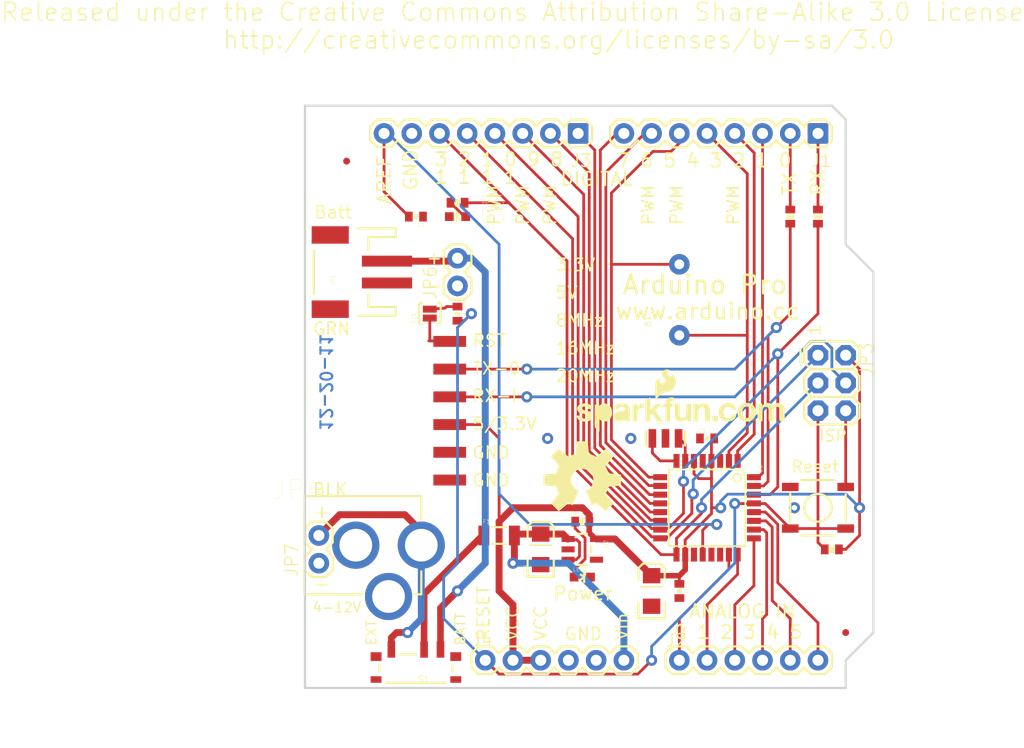
<source format=kicad_pcb>
(kicad_pcb (version 20211014) (generator pcbnew)
  (layers (0 "F.Cu" signal) (31 "B.Cu" signal) (34 "B.Paste" user) (35 "F.Paste" user) (36 "B.SilkS" user "B.Silkscreen") (37 "F.SilkS" user "F.Silkscreen") (38 "B.Mask" user) (39 "F.Mask" user) (44 "Edge.Cuts" user))
  (net 0 "")
  (net 1 "GND")
  (net 2 "AREF")
  (net 3 "RESET")
  (net 4 "SCK")
  (net 5 "RAW")
  (net 6 "N$38")
  (net 7 "MISO")
  (net 8 "MOSI")
  (net 9 "N$7")
  (net 10 "N$25")
  (net 11 "VCC")
  (net 12 "VIN")
  (net 13 "LIPO")
  (net 14 "RX-I")
  (net 15 "TX-O")
  (net 16 "N$3")
  (net 17 "N$4")
  (net 18 "TX-OP")
  (net 19 "RX-IP")
  (net 20 "D10")
  (net 21 "D9")
  (net 22 "D8")
  (net 23 "A5")
  (net 24 "A4")
  (net 25 "A3")
  (net 26 "A2")
  (net 27 "A1")
  (net 28 "A0")
  (net 29 "D7")
  (net 30 "D6")
  (net 31 "D5")
  (net 32 "D4")
  (net 33 "D3")
  (net 34 "D2")
  (net 35 "N$1")
  (net 36 "DTR")
  (footprint "boardEagle:STAND-OFF" (layer "F.Cu") (at 171.9961 124.0536)
    (fp_text reference "U$10" hide)
    (fp_text value "STAND-OFF" hide)
  )
  (footprint "boardEagle:LED-0603" (layer "F.Cu") (at 147.8661 121.5136 -90)
    (fp_text reference "LED1")
    (fp_text value "Red")
  )
  (footprint "boardEagle:SFE-NEW-WEBLOGO" (layer "F.Cu") (at 147.3581 108.1786)
    (fp_text reference "U$11" hide)
    (fp_text value "LOGO-SFENEW" hide)
  )
  (footprint "boardEagle:STAND-OFF" (layer "F.Cu") (at 125.0061 129.1336)
    (fp_text reference "U$3" hide)
    (fp_text value "STAND-OFF" hide)
  )
  (footprint "boardEagle:0402-RES" (layer "F.Cu") (at 170.7261 118.9736)
    (fp_text reference "R2")
    (fp_text value "10K")
  )
  (footprint "boardEagle:RESONATOR-SMD" (layer "F.Cu") (at 155.4861 108.8136)
    (fp_text reference "Q1")
    (fp_text value "RESONATORSMD")
  )
  (footprint "boardEagle:TQFP32-08" (layer "F.Cu") (at 159.2961 115.1636 -90)
    (fp_text reference "U1")
    (fp_text value "ATMEGA328")
  )
  (footprint "boardEagle:SWITCH-SPST-SMD-A" (layer "F.Cu") (at 132.6261 129.8956 180)
    (fp_text reference "S1")
    (fp_text value "Select")
  )
  (footprint "boardEagle:0402-CAP" (layer "F.Cu") (at 159.2961 108.8136)
    (fp_text reference "C3")
    (fp_text value "0.1uF")
  )
  (footprint "boardEagle:1X08" (layer "F.Cu") (at 169.4561 80.8736 180)
    (fp_text reference "J1")
    (fp_text value "Digital")
  )
  (footprint "boardEagle:LED-0603" (layer "F.Cu") (at 136.4361 88.4936 90)
    (fp_text reference "D3")
    (fp_text value "Green")
  )
  (footprint "boardEagle:FIDUCIAL-1X2.5" (layer "F.Cu") (at 126.2761 83.4136)
    (fp_text reference "JP5" hide)
    (fp_text value "FIDUCIAL1X2.5" hide)
  )
  (footprint "boardEagle:1X06" (layer "F.Cu") (at 138.9761 129.1336)
    (fp_text reference "J4")
    (fp_text value "POWER")
  )
  (footprint "boardEagle:STAND-OFF" (layer "F.Cu") (at 171.9961 96.1136)
    (fp_text reference "U$9" hide)
    (fp_text value "STAND-OFF" hide)
  )
  (footprint "boardEagle:1X08" (layer "F.Cu") (at 147.4851 80.8736 180)
    (fp_text reference "J3")
    (fp_text value "")
  )
  (footprint "boardEagle:0402-RES" (layer "F.Cu") (at 166.9161 88.4936 -90)
    (fp_text reference "R1")
    (fp_text value "1K")
  )
  (footprint "boardEagle:SJ_2S-NOTRACE" (layer "F.Cu") (at 133.8961 97.3836 90)
    (fp_text reference "SJ1")
    (fp_text value "SOLDERJUMPERNC3")
  )
  (footprint "boardEagle:EIA3216" (layer "F.Cu") (at 154.2161 122.7836 90)
    (fp_text reference "C13")
    (fp_text value "10uF")
  )
  (footprint "boardEagle:TACTILE_SWITCH_SMD" (layer "F.Cu") (at 169.4561 115.1636)
    (fp_text reference "S2")
    (fp_text value "Reset")
  )
  (footprint "boardEagle:1X06-SMD" (layer "F.Cu") (at 130.7211 106.2736 -90)
    (fp_text reference "JP9" hide)
    (fp_text value "Program" hide)
  )
  (footprint "boardEagle:0402-RES" (layer "F.Cu") (at 136.4361 87.2236 180)
    (fp_text reference "R6")
    (fp_text value "1K")
  )
  (footprint "boardEagle:2X3" (layer "F.Cu") (at 169.4561 101.1936 -90)
    (fp_text reference "JP3")
    (fp_text value "ISP")
  )
  (footprint "boardEagle:BUZZER-12MM-NS-KIT" (layer "F.Cu") (at 156.7561 96.1136 90)
    (fp_text reference "B1")
    (fp_text value "BUZZER")
  )
  (footprint "boardEagle:1X02" (layer "F.Cu") (at 136.4361 94.8436 90)
    (fp_text reference "JP6")
    (fp_text value "External")
  )
  (footprint "boardEagle:PTC-1206" (layer "F.Cu") (at 140.2461 117.7036)
    (fp_text reference "F1")
    (fp_text value "500mA-PTC")
  )
  (footprint "boardEagle:0402-RES" (layer "F.Cu") (at 169.4561 88.4936 -90)
    (fp_text reference "R3")
    (fp_text value "1K")
  )
  (footprint "boardEagle:STAND-OFF" (layer "F.Cu") (at 125.0061 80.8736)
    (fp_text reference "U$1" hide)
    (fp_text value "STAND-OFF" hide)
  )
  (footprint "boardEagle:POWER_JACK_PTH" (layer "F.Cu") (at 119.4181 118.5926 -90)
    (fp_text reference "JP4")
    (fp_text value "POWER_JACKPTH")
  )
  (footprint "boardEagle:SOT23-5" (layer "F.Cu") (at 147.8661 118.9736 -90)
    (fp_text reference "U2")
    (fp_text value "3.3V")
  )
  (footprint "boardEagle:1X06" (layer "F.Cu") (at 156.7561 129.1336)
    (fp_text reference "J2")
    (fp_text value "Analog")
  )
  (footprint "boardEagle:1X02" (layer "F.Cu") (at 123.7361 120.2436 90)
    (fp_text reference "JP7")
    (fp_text value "External")
  )
  (footprint "boardEagle:0402-CAP" (layer "F.Cu") (at 156.7561 122.7836 -90)
    (fp_text reference "C10")
    (fp_text value "0.1uF")
  )
  (footprint "boardEagle:FIDUCIAL-1X2.5" (layer "F.Cu") (at 171.9961 126.5936)
    (fp_text reference "JP2" hide)
    (fp_text value "FIDUCIAL1X2.5" hide)
  )
  (footprint "boardEagle:OSHW-LOGO-L" (layer "F.Cu") (at 147.8661 112.6236)
    (fp_text reference "U$2" hide)
    (fp_text value "OSHW-LOGOL" hide)
  )
  (footprint "boardEagle:EIA3216" (layer "F.Cu") (at 144.0561 118.9736 90)
    (fp_text reference "C19")
    (fp_text value "10uF")
  )
  (footprint "boardEagle:JST-2-SMD" (layer "F.Cu") (at 126.2761 93.5736 90)
    (fp_text reference "JP1")
    (fp_text value "LiPo")
  )
  (footprint "boardEagle:0402-RES" (layer "F.Cu") (at 147.8661 116.4336)
    (fp_text reference "R11")
    (fp_text value "4.7K")
  )
  (footprint "boardEagle:0402-CAP" (layer "F.Cu") (at 132.6261 88.4936 180)
    (fp_text reference "C1")
    (fp_text value "0.1uF")
  )
  (footprint "boardEagle:0402-CAP" (layer "F.Cu") (at 136.4361 97.3836 -90)
    (fp_text reference "C2")
    (fp_text value "0.1uF")
  )
  (gr_line (start 122.4661 78.3336) (end 122.4661 131.6736) (layer "Edge.Cuts") (width 0.2032))
  (gr_line (start 174.5361 126.5936) (end 174.5361 93.5736) (layer "Edge.Cuts") (width 0.2032))
  (gr_line (start 171.9961 131.6736) (end 171.9961 129.1336) (layer "Edge.Cuts") (width 0.2032))
  (gr_line (start 171.9961 129.1336) (end 174.5361 126.5936) (layer "Edge.Cuts") (width 0.2032))
  (gr_line (start 174.5361 93.5736) (end 171.9961 91.0336) (layer "Edge.Cuts") (width 0.2032))
  (gr_line (start 122.4661 131.6736) (end 171.9961 131.6736) (layer "Edge.Cuts") (width 0.2032))
  (gr_line (start 171.9961 79.6036) (end 170.7261 78.3336) (layer "Edge.Cuts") (width 0.2032))
  (gr_line (start 171.9961 91.0336) (end 171.9961 79.6036) (layer "Edge.Cuts") (width 0.2032))
  (gr_line (start 170.7261 78.3336) (end 122.4661 78.3336) (layer "Edge.Cuts") (width 0.2032))
  (gr_text "12-20-11" (at 123.7361 108.1786 -90) (layer "B.Cu") (effects (font (size 1.0795 1.0795) (thickness 0.1905)) (justify left bottom mirror)))
  (gr_text "TX-0" (at 137.7291 103.0526) (layer "F.SilkS") (effects (font (size 1.1176 1.1176) (thickness 0.1524)) (justify left bottom)))
  (gr_text "GND" (at 137.7021 110.7676) (layer "F.SilkS") (effects (font (size 1.1176 1.1176) (thickness 0.1524)) (justify left bottom)))
  (gr_text "16MHz" (at 145.3261 101.1936) (layer "F.SilkS") (effects (font (size 1.1176 1.1176) (thickness 0.1524)) (justify left bottom)))
  (gr_text "VCC" (at 144.7091 127.4396 90) (layer "F.SilkS") (effects (font (size 1.1176 1.1176) (thickness 0.1524)) (justify left bottom)))
  (gr_text "GND" (at 137.7021 113.3076) (layer "F.SilkS") (effects (font (size 1.1176 1.1176) (thickness 0.1524)) (justify left bottom)))
  (gr_text "+" (at 123.2281 116.1796) (layer "F.SilkS") (effects (font (size 1.1176 1.1176) (thickness 0.1524)) (justify left bottom)))
  (gr_text "GRN" (at 123.1011 99.4156) (layer "F.SilkS") (effects (font (size 1.1176 1.1176) (thickness 0.1524)) (justify left bottom)))
  (gr_text "PWM" (at 143.0561 89.3736 90) (layer "F.SilkS") (effects (font (size 1.1176 1.1176) (thickness 0.1524)) (justify left bottom)))
  (gr_text "-" (at 123.2281 122.7836) (layer "F.SilkS") (effects (font (size 1.1176 1.1176) (thickness 0.1524)) (justify left bottom)))
  (gr_text "Batt" (at 123.2281 88.7476) (layer "F.SilkS") (effects (font (size 1.1176 1.1176) (thickness 0.1524)) (justify left bottom)))
  (gr_text "GND" (at 132.8611 86.1954 90) (layer "F.SilkS") (effects (font (size 1.232 1.232) (thickness 0.168)) (justify left bottom)))
  (gr_text "ANALOG IN" (at 157.5561 125.3736) (layer "F.SilkS") (effects (font (size 1.232 1.232) (thickness 0.168)) (justify left bottom)))
  (gr_text "Released under the Creative Commons Attribution Share-Alike 3.0 License" (at 94.5261 70.7136) (layer "F.SilkS") (effects (font (size 1.63576 1.63576) (thickness 0.14224)) (justify left bottom)))
  (gr_text "Power" (at 145.0991 123.7496) (layer "F.SilkS") (effects (font (size 1.232 1.232) (thickness 0.168)) (justify left bottom)))
  (gr_text "5/3.3V" (at 137.7291 108.1326) (layer "F.SilkS") (effects (font (size 1.1176 1.1176) (thickness 0.1524)) (justify left bottom)))
  (gr_text "1 1 1 1" (at 134.2561 85.5736) (layer "F.SilkS") (effects (font (size 1.232 1.232) (thickness 0.168)) (justify left bottom)))
  (gr_text "BLK" (at 123.1011 114.1476) (layer "F.SilkS") (effects (font (size 1.1176 1.1176) (thickness 0.1524)) (justify left bottom)))
  (gr_text "RST" (at 137.7291 100.5126) (layer "F.SilkS") (effects (font (size 1.1176 1.1176) (thickness 0.1524)) (justify left bottom)))
  (gr_text "GND" (at 146.1561 127.3736) (layer "F.SilkS") (effects (font (size 1.1176 1.1176) (thickness 0.1524)) (justify left bottom)))
  (gr_text "20MHz" (at 145.3261 103.7336) (layer "F.SilkS") (effects (font (size 1.1176 1.1176) (thickness 0.1524)) (justify left bottom)))
  (gr_text "PWM" (at 157.1561 89.3736 90) (layer "F.SilkS") (effects (font (size 1.1176 1.1176) (thickness 0.1524)) (justify left bottom)))
  (gr_text "Vin" (at 152.2021 127.3786 90) (layer "F.SilkS") (effects (font (size 1.1176 1.1176) (thickness 0.1524)) (justify left bottom)))
  (gr_text "RESET" (at 139.4561 127.4276 90) (layer "F.SilkS") (effects (font (size 1.1176 1.1176) (thickness 0.1524)) (justify left bottom)))
  (gr_text "RX" (at 170.1561 86.6736 90) (layer "F.SilkS") (effects (font (size 1.232 1.232) (thickness 0.168)) (justify left bottom)))
  (gr_text "www.arduino.cc" (at 150.7871 98.0186) (layer "F.SilkS") (effects (font (size 1.475232 1.475232) (thickness 0.201168)) (justify left bottom)))
  (gr_text "EXT" (at 129.0701 127.8636 90) (layer "F.SilkS") (effects (font (size 0.89408 0.89408) (thickness 0.12192)) (justify left bottom)))
  (gr_text "RX-I" (at 137.7021 105.5606) (layer "F.SilkS") (effects (font (size 1.1176 1.1176) (thickness 0.1524)) (justify left bottom)))
  (gr_text "PWM" (at 162.3561 89.3736 90) (layer "F.SilkS") (effects (font (size 1.1176 1.1176) (thickness 0.1524)) (justify left bottom)))
  (gr_text "PWM" (at 140.4561 89.3736 90) (layer "F.SilkS") (effects (font (size 1.1176 1.1176) (thickness 0.1524)) (justify left bottom)))
  (gr_text "3.3V" (at 145.3261 93.5736) (layer "F.SilkS") (effects (font (size 1.1176 1.1176) (thickness 0.1524)) (justify left bottom)))
  (gr_text "AREF" (at 130.4373 87.4908 90) (layer "F.SilkS") (effects (font (size 1.232 1.232) (thickness 0.168)) (justify left bottom)))
  (gr_text "0 1 2 3 4 5" (at 156.1561 127.2736) (layer "F.SilkS") (effects (font (size 1.232 1.232) (thickness 0.168)) (justify left bottom)))
  (gr_text "VCC" (at 142.1561 127.4276 90) (layer "F.SilkS") (effects (font (size 1.1176 1.1176) (thickness 0.1524)) (justify left bottom)))
  (gr_text "DIGITAL" (at 145.7561 85.7736) (layer "F.SilkS") (effects (font (size 1.232 1.232) (thickness 0.168)) (justify left bottom)))
  (gr_text "3 2 1 0 9 8" (at 134.2561 83.9736) (layer "F.SilkS") (effects (font (size 1.232 1.232) (thickness 0.168)) (justify left bottom)))
  (gr_text "Reset" (at 166.9485 112.0162) (layer "F.SilkS") (effects (font (size 1.056 1.056) (thickness 0.144)) (justify left bottom)))
  (gr_text "5V" (at 145.3261 96.1136) (layer "F.SilkS") (effects (font (size 1.1176 1.1176) (thickness 0.1524)) (justify left bottom)))
  (gr_text "http://creativecommons.org/licenses/by-sa/3.0" (at 114.8461 73.2536) (layer "F.SilkS") (effects (font (size 1.63576 1.63576) (thickness 0.14224)) (justify left bottom)))
  (gr_text "8MHz" (at 145.3261 98.6536) (layer "F.SilkS") (effects (font (size 1.1176 1.1176) (thickness 0.1524)) (justify left bottom)))
  (gr_text "PWM" (at 154.5561 89.3736 90) (layer "F.SilkS") (effects (font (size 1.1176 1.1176) (thickness 0.1524)) (justify left bottom)))
  (gr_text "4-12V" (at 123.1011 124.8156) (layer "F.SilkS") (effects (font (size 0.89408 0.89408) (thickness 0.12192)) (justify left bottom)))
  (gr_text "1" (at 169.7561 99.4736 90) (layer "F.SilkS") (effects (font (size 1.056 1.056) (thickness 0.144)) (justify left bottom)))
  (gr_text "TX" (at 167.5561 86.6736 90) (layer "F.SilkS") (effects (font (size 1.232 1.232) (thickness 0.168)) (justify left bottom)))
  (gr_text "+" (at 133.5151 92.9386) (layer "F.SilkS") (effects (font (size 1.1176 1.1176) (thickness 0.1524)) (justify left bottom)))
  (gr_text "ISP" (at 169.4561 109.1946) (layer "F.SilkS") (effects (font (size 1.056 1.056) (thickness 0.144)) (justify left bottom)))
  (gr_text "7 6 5 4 3 2 1 0" (at 150.9561 84.0736) (layer "F.SilkS") (effects (font (size 1.232 1.232) (thickness 0.168)) (justify left bottom)))
  (gr_text "PWM" (at 145.5561 89.3736 90) (layer "F.SilkS") (effects (font (size 1.1176 1.1176) (thickness 0.1524)) (justify left bottom)))
  (gr_text "-" (at 133.5151 95.4786) (layer "F.SilkS") (effects (font (size 1.1176 1.1176) (thickness 0.1524)) (justify left bottom)))
  (gr_text "Arduino Pro" (at 151.4221 95.7326) (layer "F.SilkS") (effects (font (size 1.698752 1.698752) (thickness 0.231648)) (justify left bottom)))
  (gr_text "BATT" (at 137.1981 127.8636 90) (layer "F.SilkS") (effects (font (size 0.89408 0.89408) (thickness 0.12192)) (justify left bottom)))
  (segment (start 171.9961 113.2586) (end 171.9961 106.2736) (width 0.254) (layer "F.Cu") (net 1))
  (via (at 144.6911 108.8136) (size 1.016) (drill 0.508) (layers "F.Cu" "B.Cu") (net 1))
  (via (at 152.3111 108.8136) (size 1.016) (drill 0.508) (layers "F.Cu" "B.Cu") (net 1))
  (via (at 167.2971 115.1636) (size 1.016) (drill 0.508) (layers "F.Cu" "B.Cu") (net 1))
  (segment (start 158.8961 117.2146) (end 158.8961 119.4562) (width 0.254) (layer "F.Cu") (net 2))
  (segment (start 131.9911 88.4936) (end 131.9761 88.4936) (width 0.254) (layer "F.Cu") (net 2))
  (segment (start 129.7051 80.8736) (end 129.7051 86.2076) (width 0.254) (layer "F.Cu") (net 2))
  (segment (start 160.1851 116.6876) (end 159.4231 116.6876) (width 0.254) (layer "F.Cu") (net 2))
  (segment (start 129.7051 86.2076) (end 131.9911 88.4936) (width 0.254) (layer "F.Cu") (net 2))
  (segment (start 159.4231 116.6876) (end 158.8961 117.2146) (width 0.254) (layer "F.Cu") (net 2))
  (via (at 160.1851 116.6876) (size 1.016) (drill 0.508) (layers "F.Cu" "B.Cu") (net 2))
  (segment (start 140.2461 113.8936) (end 140.2461 91.0336) (width 0.254) (layer "B.Cu") (net 2))
  (segment (start 143.0401 116.6876) (end 140.2461 113.8936) (width 0.254) (layer "B.Cu") (net 2))
  (segment (start 140.2461 91.0336) (end 130.0861 80.8736) (width 0.254) (layer "B.Cu") (net 2))
  (segment (start 130.0861 80.8736) (end 129.7051 80.8736) (width 0.254) (layer "B.Cu") (net 2))
  (segment (start 143.0401 116.6876) (end 160.1851 116.6876) (width 0.254) (layer "B.Cu") (net 2))
  (segment (start 163.7411 114.7826) (end 164.6301 114.7826) (width 0.254) (layer "F.Cu") (net 3))
  (segment (start 163.5887 114.7636) (end 163.7221 114.7636) (width 0.254) (layer "F.Cu") (net 3))
  (segment (start 137.0561 98.0336) (end 136.4361 98.0336) (width 0.254) (layer "F.Cu") (net 3))
  (segment (start 169.4561 117.0686) (end 171.9961 117.0686) (width 0.254) (layer "F.Cu") (net 3))
  (segment (start 138.9761 129.1336) (end 140.2461 130.4036) (width 0.254) (layer "F.Cu") (net 3))
  (segment (start 171.9961 117.0686) (end 171.8691 117.0686) (width 0.254) (layer "F.Cu") (net 3))
  (segment (start 170.0911 118.9736) (end 170.0761 118.9736) (width 0.254) (layer "F.Cu") (net 3))
  (segment (start 163.7221 114.7636) (end 163.7411 114.7826) (width 0.254) (layer "F.Cu") (net 3))
  (segment (start 164.6301 114.7826) (end 166.9161 117.0686) (width 0.254) (layer "F.Cu") (net 3))
  (segment (start 171.9961 117.0686) (end 172.1231 117.0686) (width 0.254) (layer "F.Cu") (net 3))
  (segment (start 140.2461 130.4036) (end 152.9461 130.4036) (width 0.254) (layer "F.Cu") (net 3))
  (segment (start 152.9461 130.4036) (end 154.2161 129.1336) (width 0.254) (layer "F.Cu") (net 3))
  (segment (start 163.5061 114.7636) (end 163.5887 114.7636) (width 0.254) (layer "F.Cu") (net 3))
  (segment (start 169.4561 117.0686) (end 169.4561 106.2736) (width 0.254) (layer "F.Cu") (net 3))
  (segment (start 163.4871 114.7826) (end 163.5061 114.7636) (width 0.254) (layer "F.Cu") (net 3))
  (segment (start 161.8361 114.7826) (end 163.4871 114.7826) (width 0.254) (layer "F.Cu") (net 3))
  (segment (start 137.7061 97.3836) (end 137.0561 98.0336) (width 0.254) (layer "F.Cu") (net 3))
  (segment (start 166.9161 117.0686) (end 169.4561 117.0686) (width 0.254) (layer "F.Cu") (net 3))
  (segment (start 169.4561 117.0686) (end 169.4561 118.3386) (width 0.254) (layer "F.Cu") (net 3))
  (segment (start 169.4561 118.3386) (end 170.0911 118.9736) (width 0.254) (layer "F.Cu") (net 3))
  (via (at 161.8361 114.7826) (size 1.016) (drill 0.508) (layers "F.Cu" "B.Cu") (net 3))
  (via (at 137.7061 97.3836) (size 1.016) (drill 0.508) (layers "F.Cu" "B.Cu") (net 3))
  (via (at 154.2161 129.1336) (size 1.016) (drill 0.508) (layers "F.Cu" "B.Cu") (net 3))
  (segment (start 136.4361 98.6536) (end 137.7061 97.3836) (width 0.254) (layer "B.Cu") (net 3))
  (segment (start 161.8361 120.2436) (end 161.8361 114.7826) (width 0.254) (layer "B.Cu") (net 3))
  (segment (start 135.1661 121.5136) (end 136.4361 120.2436) (width 0.254) (layer "B.Cu") (net 3))
  (segment (start 138.9761 129.1336) (end 135.1661 125.3236) (width 0.254) (layer "B.Cu") (net 3))
  (segment (start 135.1661 125.3236) (end 135.1661 121.5136) (width 0.254) (layer "B.Cu") (net 3))
  (segment (start 136.4361 120.2436) (end 136.4361 98.6536) (width 0.254) (layer "B.Cu") (net 3))
  (segment (start 154.2161 127.8636) (end 161.8361 120.2436) (width 0.254) (layer "B.Cu") (net 3))
  (segment (start 154.2161 129.1336) (end 154.2161 127.8636) (width 0.254) (layer "B.Cu") (net 3))
  (segment (start 141.1351 87.2236) (end 134.7851 80.8736) (width 0.254) (layer "F.Cu") (net 4))
  (segment (start 155.0797 119.4562) (end 156.4961 119.4562) (width 0.254) (layer "F.Cu") (net 4))
  (segment (start 146.4691 92.5576) (end 141.1351 87.2236) (width 0.254) (layer "F.Cu") (net 4))
  (segment (start 146.4691 110.8456) (end 146.4691 92.5576) (width 0.254) (layer "F.Cu") (net 4))
  (segment (start 141.1351 87.2236) (end 137.0861 87.2236) (width 0.254) (layer "F.Cu") (net 4))
  (segment (start 156.4961 119.4562) (end 156.4961 117.9636) (width 0.254) (layer "F.Cu") (net 4))
  (segment (start 155.0797 119.4562) (end 146.4691 110.8456) (width 0.254) (layer "F.Cu") (net 4))
  (segment (start 137.0861 87.2236) (end 137.0861 87.2086) (width 0.254) (layer "F.Cu") (net 4))
  (segment (start 156.4961 117.9636) (end 158.7881 115.6716) (width 0.254) (layer "F.Cu") (net 4))
  (segment (start 158.7881 115.6716) (end 158.7881 115.1636) (width 0.254) (layer "F.Cu") (net 4))
  (via (at 158.7881 115.1636) (size 1.016) (drill 0.508) (layers "F.Cu" "B.Cu") (net 4))
  (segment (start 158.7881 115.1636) (end 158.7881 114.4016) (width 0.254) (layer "B.Cu") (net 4))
  (segment (start 158.7881 114.4016) (end 169.4561 103.7336) (width 0.254) (layer "B.Cu") (net 4))
  (segment (start 133.1341 117.3226) (end 131.6101 115.7986) (width 0.635) (layer "F.Cu") (net 5))
  (segment (start 130.3761 128.1456) (end 130.3761 127.0656) (width 0.6096) (layer "F.Cu") (net 5))
  (segment (start 125.6411 115.7986) (end 123.7361 117.7036) (width 0.635) (layer "F.Cu") (net 5))
  (segment (start 130.8481 126.5936) (end 131.8641 126.5936) (width 0.6096) (layer "F.Cu") (net 5))
  (segment (start 133.1181 118.5926) (end 133.1341 118.9736) (width 0.635) (layer "F.Cu") (net 5))
  (segment (start 133.1341 118.9736) (end 133.1341 117.3226) (width 0.635) (layer "F.Cu") (net 5))
  (segment (start 131.6101 115.7986) (end 125.6411 115.7986) (width 0.635) (layer "F.Cu") (net 5))
  (segment (start 130.3761 127.0656) (end 130.8481 126.5936) (width 0.6096) (layer "F.Cu") (net 5))
  (via (at 131.8641 126.5936) (size 1.016) (drill 0.508) (layers "F.Cu" "B.Cu") (net 5))
  (segment (start 131.8641 126.5936) (end 133.1181 125.3396) (width 0.6096) (layer "B.Cu") (net 5))
  (segment (start 133.1181 125.3396) (end 133.1181 124.8316) (width 0.6096) (layer "B.Cu") (net 5))
  (segment (start 133.1181 124.8316) (end 133.1181 118.5926) (width 0.635) (layer "B.Cu") (net 5))
  (segment (start 147.1161 121.5136) (end 147.1041 121.5136) (width 0.254) (layer "F.Cu") (net 6))
  (segment (start 147.2161 117.0536) (end 147.2161 116.4336) (width 0.254) (layer "F.Cu") (net 6))
  (segment (start 148.1201 119.8626) (end 148.1201 117.9576) (width 0.254) (layer "F.Cu") (net 6))
  (segment (start 147.1041 121.5136) (end 147.1041 120.8786) (width 0.254) (layer "F.Cu") (net 6))
  (segment (start 148.1201 117.9576) (end 147.2161 117.0536) (width 0.254) (layer "F.Cu") (net 6))
  (segment (start 147.1041 120.8786) (end 148.1201 119.8626) (width 0.254) (layer "F.Cu") (net 6))
  (segment (start 155.0035 117.9636) (end 155.0991 117.9636) (width 0.254) (layer "F.Cu") (net 7))
  (segment (start 146.9771 90.5256) (end 137.3251 80.8736) (width 0.254) (layer "F.Cu") (net 7))
  (segment (start 155.0035 117.9636) (end 155.0035 117.9322) (width 0.254) (layer "F.Cu") (net 7))
  (segment (start 146.9771 110.5916) (end 146.9771 90.5256) (width 0.254) (layer "F.Cu") (net 7))
  (segment (start 155.6131 117.9576) (end 157.8991 115.6716) (width 0.254) (layer "F.Cu") (net 7))
  (segment (start 154.2161 117.8306) (end 146.9771 110.5916) (width 0.254) (layer "F.Cu") (net 7))
  (segment (start 155.1051 117.8306) (end 154.2161 117.8306) (width 0.254) (layer "F.Cu") (net 7))
  (segment (start 157.8991 114.0206) (end 158.0261 113.8936) (width 0.254) (layer "F.Cu") (net 7))
  (segment (start 155.0035 117.9636) (end 154.9975 117.9576) (width 0.254) (layer "F.Cu") (net 7))
  (segment (start 155.0035 117.9322) (end 155.1051 117.8306) (width 0.254) (layer "F.Cu") (net 7))
  (segment (start 155.1051 117.9576) (end 155.6131 117.9576) (width 0.254) (layer "F.Cu") (net 7))
  (segment (start 157.8991 115.6716) (end 157.8991 114.0206) (width 0.254) (layer "F.Cu") (net 7))
  (segment (start 155.0991 117.9636) (end 155.1051 117.9576) (width 0.254) (layer "F.Cu") (net 7))
  (via (at 158.0261 113.8936) (size 1.016) (drill 0.508) (layers "F.Cu" "B.Cu") (net 7))
  (segment (start 158.0261 112.6236) (end 169.4561 101.1936) (width 0.254) (layer "B.Cu") (net 7))
  (segment (start 158.0261 113.8936) (end 158.0261 112.6236) (width 0.254) (layer "B.Cu") (net 7))
  (segment (start 155.0035 117.094) (end 154.9781 117.0686) (width 0.254) (layer "F.Cu") (net 8))
  (segment (start 154.2161 117.0686) (end 147.4851 110.3376) (width 0.254) (layer "F.Cu") (net 8))
  (segment (start 147.4851 110.3376) (end 147.4851 88.4936) (width 0.254) (layer "F.Cu") (net 8))
  (segment (start 155.0035 117.1636) (end 155.0035 117.094) (width 0.254) (layer "F.Cu") (net 8))
  (segment (start 157.1371 115.6716) (end 157.1371 112.7506) (width 0.254) (layer "F.Cu") (net 8))
  (segment (start 155.0035 117.1636) (end 155.0731 117.1636) (width 0.254) (layer "F.Cu") (net 8))
  (segment (start 155.0035 117.1636) (end 155.0355 117.1956) (width 0.254) (layer "F.Cu") (net 8))
  (segment (start 147.4851 88.4936) (end 139.8651 80.8736) (width 0.254) (layer "F.Cu") (net 8))
  (segment (start 155.7401 117.0686) (end 157.1371 115.6716) (width 0.254) (layer "F.Cu") (net 8))
  (segment (start 155.0355 117.1956) (end 155.1051 117.1956) (width 0.254) (layer "F.Cu") (net 8))
  (segment (start 155.0731 117.1636) (end 155.1051 117.1956) (width 0.254) (layer "F.Cu") (net 8))
  (segment (start 154.9781 117.0686) (end 154.2161 117.0686) (width 0.254) (layer "F.Cu") (net 8))
  (segment (start 155.1051 117.1956) (end 155.2321 117.0686) (width 0.254) (layer "F.Cu") (net 8))
  (segment (start 155.2321 117.0686) (end 155.7401 117.0686) (width 0.254) (layer "F.Cu") (net 8))
  (via (at 157.1371 112.7506) (size 1.016) (drill 0.508) (layers "F.Cu" "B.Cu") (net 8))
  (segment (start 168.8211 99.9236) (end 170.0911 99.9236) (width 0.254) (layer "B.Cu") (net 8))
  (segment (start 157.1371 112.7506) (end 157.1371 111.6076) (width 0.254) (layer "B.Cu") (net 8))
  (segment (start 170.7261 100.5586) (end 170.7261 102.4636) (width 0.254) (layer "B.Cu") (net 8))
  (segment (start 170.7261 102.4636) (end 171.9961 103.7336) (width 0.254) (layer "B.Cu") (net 8))
  (segment (start 170.0911 99.9236) (end 170.7261 100.5586) (width 0.254) (layer "B.Cu") (net 8))
  (segment (start 157.1371 111.6076) (end 168.8211 99.9236) (width 0.254) (layer "B.Cu") (net 8))
  (segment (start 135.8011 87.2236) (end 135.7861 87.2236) (width 0.254) (layer "F.Cu") (net 9))
  (segment (start 137.1861 88.4936) (end 137.0711 88.4936) (width 0.254) (layer "F.Cu") (net 9))
  (segment (start 137.0711 88.4936) (end 135.8011 87.2236) (width 0.254) (layer "F.Cu") (net 9))
  (segment (start 133.3761 123.0496) (end 138.7221 117.7036) (width 0.6096) (layer "F.Cu") (net 10))
  (segment (start 133.3761 128.1456) (end 133.3761 123.0496) (width 0.6096) (layer "F.Cu") (net 10))
  (segment (start 138.7221 117.7036) (end 138.8461 117.7036) (width 0.6096) (layer "F.Cu") (net 10))
  (segment (start 138.8461 117.7036) (end 138.9761 117.7036) (width 0.635) (layer "F.Cu") (net 10))
  (segment (start 154.2161 121.3836) (end 154.3401 121.3836) (width 0.635) (layer "F.Cu") (net 11))
  (segment (start 159.7025 115.1636) (end 160.5407 115.1636) (width 0.254) (layer "F.Cu") (net 11))
  (segment (start 159.7025 110.8646) (end 159.6961 110.871) (width 0.254) (layer "F.Cu") (net 11))
  (segment (start 156.7561 121.3866) (end 156.7561 122.1336) (width 0.254) (layer "F.Cu") (net 11))
  (segment (start 148.5011 117.4496) (end 149.0751 118.0236) (width 0.508) (layer "F.Cu") (net 11))
  (segment (start 157.2895 118.11) (end 159.7025 115.697) (width 0.254) (layer "F.Cu") (net 11))
  (segment (start 140.2461 116.4336) (end 140.2461 108.8136) (width 0.254) (layer "F.Cu") (net 11))
  (segment (start 138.9761 107.5436) (end 135.7211 107.5436) (width 0.254) (layer "F.Cu") (net 11))
  (segment (start 173.2661 115.1636) (end 173.2661 102.4636) (width 0.254) (layer "F.Cu") (net 11))
  (segment (start 154.2161 121.3836) (end 154.2161 121.5136) (width 0.254) (layer "F.Cu") (net 11))
  (segment (start 173.2661 102.4636) (end 171.9961 101.1936) (width 0.254) (layer "F.Cu") (net 11))
  (segment (start 149.0751 118.0236) (end 149.0701 118.0236) (width 0.254) (layer "F.Cu") (net 11))
  (segment (start 157.2961 120.8466) (end 157.2961 119.4562) (width 0.508) (layer "F.Cu") (net 11))
  (segment (start 150.8531 118.0236) (end 154.2161 121.3866) (width 0.635) (layer "F.Cu") (net 11))
  (segment (start 171.9961 118.9736) (end 171.3761 118.9736) (width 0.254) (layer "F.Cu") (net 11))
  (segment (start 159.9819 108.8136) (end 159.9461 108.8136) (width 0.254) (layer "F.Cu") (net 11))
  (segment (start 147.8661 115.1636) (end 148.5161 115.8136) (width 0.635) (layer "F.Cu") (net 11))
  (segment (start 154.3431 121.3866) (end 156.7561 121.3866) (width 0.508) (layer "F.Cu") (net 11))
  (segment (start 148.5011 116.4336) (end 148.5011 117.4496) (width 0.508) (layer "F.Cu") (net 11))
  (segment (start 148.5161 115.8136) (end 148.5161 116.4336) (width 0.508) (layer "F.Cu") (net 11))
  (segment (start 159.7025 115.697) (end 159.7025 115.1636) (width 0.254) (layer "F.Cu") (net 11))
  (segment (start 159.6961 109.0994) (end 159.9819 108.8136) (width 0.254) (layer "F.Cu") (net 11))
  (segment (start 156.7561 121.3866) (end 157.2961 120.8466) (width 0.508) (layer "F.Cu") (net 11))
  (segment (start 149.0751 118.0236) (end 149.1662 118.0236) (width 0.254) (layer "F.Cu") (net 11))
  (segment (start 149.1662 118.0236) (end 150.8531 118.0236) (width 0.635) (layer "F.Cu") (net 11))
  (segment (start 159.7025 110.8646) (end 159.7025 110.7694) (width 0.254) (layer "F.Cu") (net 11))
  (segment (start 141.5161 115.1636) (end 147.8661 115.1636) (width 0.635) (layer "F.Cu") (net 11))
  (segment (start 140.2461 116.4336) (end 141.5161 115.1636) (width 0.635) (layer "F.Cu") (net 11))
  (segment (start 158.0961 112.0586) (end 158.0961 110.871) (width 0.254) (layer "F.Cu") (net 11))
  (segment (start 149.0701 118.0236) (end 149.0091 118.0846) (width 0.254) (layer "F.Cu") (net 11))
  (segment (start 154.2161 121.3866) (end 154.2161 121.3836) (width 0.635) (layer "F.Cu") (net 11))
  (segment (start 154.3401 121.3836) (end 154.3431 121.3866) (width 0.635) (layer "F.Cu") (net 11))
  (segment (start 173.2661 115.1636) (end 173.2661 117.7036) (width 0.254) (layer "F.Cu") (net 11))
  (segment (start 140.2461 108.8136) (end 138.9761 107.5436) (width 0.254) (layer "F.Cu") (net 11))
  (segment (start 140.2461 122.7836) (end 140.2461 116.4336) (width 0.635) (layer "F.Cu") (net 11))
  (segment (start 158.5341 112.4966) (end 158.0961 112.0586) (width 0.254) (layer "F.Cu") (net 11))
  (segment (start 159.6961 110.871) (end 159.6961 109.0994) (width 0.254) (layer "F.Cu") (net 11))
  (segment (start 141.5161 129.1336) (end 141.5161 124.0536) (width 0.635) (layer "F.Cu") (net 11))
  (segment (start 159.7025 112.4966) (end 159.7025 110.8646) (width 0.254) (layer "F.Cu") (net 11))
  (segment (start 159.7025 112.4966) (end 158.5341 112.4966) (width 0.254) (layer "F.Cu") (net 11))
  (segment (start 148.5161 116.4336) (end 148.5011 116.4336) (width 0.508) (layer "F.Cu") (net 11))
  (segment (start 157.2961 119.4562) (end 157.2895 119.4496) (width 0.254) (layer "F.Cu") (net 11))
  (segment (start 141.5161 124.0536) (end 140.2461 122.7836) (width 0.635) (layer "F.Cu") (net 11))
  (segment (start 159.7025 115.1636) (end 159.7025 112.4966) (width 0.254) (layer "F.Cu") (net 11))
  (segment (start 141.5161 129.1336) (end 144.0561 129.1336) (width 0.635) (layer "F.Cu") (net 11))
  (segment (start 157.2895 119.4496) (end 157.2895 118.11) (width 0.254) (layer "F.Cu") (net 11))
  (segment (start 173.2661 117.7036) (end 171.9961 118.9736) (width 0.254) (layer "F.Cu") (net 11))
  (via (at 160.5407 115.1636) (size 1.016) (drill 0.508) (layers "F.Cu" "B.Cu") (net 11))
  (via (at 173.2661 115.1636) (size 1.016) (drill 0.508) (layers "F.Cu" "B.Cu") (net 11))
  (segment (start 160.5407 115.1636) (end 160.5407 114.554) (width 0.254) (layer "B.Cu") (net 11))
  (segment (start 160.5407 114.554) (end 161.1757 113.919) (width 0.254) (layer "B.Cu") (net 11))
  (segment (start 161.1757 113.919) (end 172.0215 113.919) (width 0.254) (layer "B.Cu") (net 11))
  (segment (start 172.0215 113.919) (end 173.2661 115.1636) (width 0.254) (layer "B.Cu") (net 11))
  (segment (start 146.566 118.0545) (end 146.5961 118.0846) (width 0.254) (layer "F.Cu") (net 12))
  (segment (start 147.6121 118.3386) (end 147.6121 119.6086) (width 0.254) (layer "F.Cu") (net 12))
  (segment (start 146.566 118.0236) (end 146.566 118.0545) (width 0.254) (layer "F.Cu") (net 12))
  (segment (start 147.3581 118.0846) (end 147.6121 118.3386) (width 0.254) (layer "F.Cu") (net 12))
  (segment (start 141.6461 117.7036) (end 141.5161 117.7036) (width 0.635) (layer "F.Cu") (net 12))
  (segment (start 147.2971 119.9236) (end 146.566 119.9236) (width 0.254) (layer "F.Cu") (net 12))
  (segment (start 144.0561 117.5736) (end 146.0851 117.5736) (width 0.635) (layer "F.Cu") (net 12))
  (segment (start 141.6461 117.5736) (end 144.0561 117.5736) (width 0.635) (layer "F.Cu") (net 12))
  (segment (start 141.6461 120.1136) (end 141.6461 117.7036) (width 0.635) (layer "F.Cu") (net 12))
  (segment (start 146.5351 118.0236) (end 146.566 118.0236) (width 0.635) (layer "F.Cu") (net 12))
  (segment (start 146.0851 117.5736) (end 146.5351 118.0236) (width 0.635) (layer "F.Cu") (net 12))
  (segment (start 141.5161 120.2436) (end 141.6461 120.1136) (width 0.635) (layer "F.Cu") (net 12))
  (segment (start 147.6121 119.6086) (end 147.2971 119.9236) (width 0.254) (layer "F.Cu") (net 12))
  (segment (start 146.5961 118.0846) (end 147.3581 118.0846) (width 0.254) (layer "F.Cu") (net 12))
  (segment (start 141.5161 117.7036) (end 141.6461 117.5736) (width 0.635) (layer "F.Cu") (net 12))
  (via (at 141.5161 120.2436) (size 1.016) (drill 0.508) (layers "F.Cu" "B.Cu") (net 12))
  (segment (start 151.6761 125.3236) (end 151.6761 129.1336) (width 0.635) (layer "B.Cu") (net 12))
  (segment (start 146.5961 120.2436) (end 151.6761 125.3236) (width 0.635) (layer "B.Cu") (net 12))
  (segment (start 141.5161 120.2436) (end 146.5961 120.2436) (width 0.635) (layer "B.Cu") (net 12))
  (segment (start 136.4361 92.3036) (end 136.1661 92.5736) (width 0.635) (layer "F.Cu") (net 13))
  (segment (start 135.1661 124.0536) (end 136.4361 122.7836) (width 0.635) (layer "F.Cu") (net 13))
  (segment (start 136.1661 92.5736) (end 129.9761 92.5736) (width 0.635) (layer "F.Cu") (net 13))
  (segment (start 134.8761 128.1456) (end 134.8761 124.3436) (width 0.6096) (layer "F.Cu") (net 13))
  (segment (start 134.8761 124.3436) (end 135.1661 124.0536) (width 0.6096) (layer "F.Cu") (net 13))
  (via (at 136.4361 122.7836) (size 1.016) (drill 0.508) (layers "F.Cu" "B.Cu") (net 13))
  (segment (start 136.4361 122.7836) (end 138.9761 120.2436) (width 0.635) (layer "B.Cu") (net 13))
  (segment (start 137.7061 92.3036) (end 136.4361 92.3036) (width 0.635) (layer "B.Cu") (net 13))
  (segment (start 138.9761 120.2436) (end 138.9761 93.5736) (width 0.635) (layer "B.Cu") (net 13))
  (segment (start 138.9761 93.5736) (end 137.7061 92.3036) (width 0.635) (layer "B.Cu") (net 13))
  (segment (start 165.7731 113.2586) (end 165.0681 113.9636) (width 0.254) (layer "F.Cu") (net 14))
  (segment (start 165.0681 113.9636) (end 163.5887 113.9636) (width 0.254) (layer "F.Cu") (net 14))
  (segment (start 169.4561 97.3836) (end 169.4561 89.1436) (width 0.254) (layer "F.Cu") (net 14))
  (segment (start 165.7731 101.0666) (end 165.7731 113.2586) (width 0.254) (layer "F.Cu") (net 14))
  (segment (start 165.7731 101.0666) (end 169.4561 97.3836) (width 0.254) (layer "F.Cu") (net 14))
  (segment (start 135.7211 105.0036) (end 142.7861 105.0036) (width 0.254) (layer "F.Cu") (net 14))
  (via (at 142.7861 105.0036) (size 1.016) (drill 0.508) (layers "F.Cu" "B.Cu") (net 14))
  (via (at 165.7731 101.0666) (size 1.016) (drill 0.508) (layers "F.Cu" "B.Cu") (net 14))
  (segment (start 161.8361 105.0036) (end 165.7731 101.0666) (width 0.254) (layer "B.Cu") (net 14))
  (segment (start 142.7861 105.0036) (end 161.8361 105.0036) (width 0.254) (layer "B.Cu") (net 14))
  (segment (start 164.4711 113.1636) (end 163.5887 113.1636) (width 0.254) (layer "F.Cu") (net 15))
  (segment (start 164.8841 99.4156) (end 164.8841 112.7506) (width 0.254) (layer "F.Cu") (net 15))
  (segment (start 166.9161 97.3836) (end 166.9161 89.1436) (width 0.254) (layer "F.Cu") (net 15))
  (segment (start 165.6461 98.6536) (end 166.9161 97.3836) (width 0.254) (layer "F.Cu") (net 15))
  (segment (start 135.7211 102.4636) (end 142.7861 102.4636) (width 0.254) (layer "F.Cu") (net 15))
  (segment (start 165.6461 98.6536) (end 164.8841 99.4156) (width 0.254) (layer "F.Cu") (net 15))
  (segment (start 164.8841 112.7506) (end 164.4711 113.1636) (width 0.254) (layer "F.Cu") (net 15))
  (via (at 165.6461 98.6536) (size 1.016) (drill 0.508) (layers "F.Cu" "B.Cu") (net 15))
  (via (at 142.7861 102.4636) (size 1.016) (drill 0.508) (layers "F.Cu" "B.Cu") (net 15))
  (segment (start 161.8361 102.4636) (end 165.6461 98.6536) (width 0.254) (layer "B.Cu") (net 15))
  (segment (start 142.7861 102.4636) (end 161.8361 102.4636) (width 0.254) (layer "B.Cu") (net 15))
  (segment (start 154.2861 110.1536) (end 154.2861 108.8136) (width 0.254) (layer "F.Cu") (net 16))
  (segment (start 155.0035 110.871) (end 154.2861 110.1536) (width 0.254) (layer "F.Cu") (net 16))
  (segment (start 155.0035 110.871) (end 156.4961 110.871) (width 0.254) (layer "F.Cu") (net 16))
  (segment (start 157.2961 110.871) (end 157.2961 109.3536) (width 0.254) (layer "F.Cu") (net 17))
  (segment (start 156.7561 108.8136) (end 156.6861 108.8136) (width 0.254) (layer "F.Cu") (net 17))
  (segment (start 157.2961 109.3536) (end 156.7561 108.8136) (width 0.254) (layer "F.Cu") (net 17))
  (segment (start 169.4561 87.8436) (end 169.4561 80.8736) (width 0.254) (layer "F.Cu") (net 18))
  (segment (start 166.9161 87.8436) (end 166.9161 80.8736) (width 0.254) (layer "F.Cu") (net 19))
  (segment (start 147.9931 110.1471) (end 147.9931 86.4616) (width 0.254) (layer "F.Cu") (net 20))
  (segment (start 147.9931 86.4616) (end 142.4051 80.8736) (width 0.254) (layer "F.Cu") (net 20))
  (segment (start 155.0035 116.3636) (end 154.9781 116.3382) (width 0.254) (layer "F.Cu") (net 20))
  (segment (start 154.1526 116.3066) (end 147.9931 110.1471) (width 0.254) (layer "F.Cu") (net 20))
  (segment (start 154.9781 116.3382) (end 154.9781 116.3066) (width 0.254) (layer "F.Cu") (net 20))
  (segment (start 154.9781 116.3066) (end 154.1526 116.3066) (width 0.254) (layer "F.Cu") (net 20))
  (segment (start 148.5011 84.4296) (end 144.9451 80.8736) (width 0.254) (layer "F.Cu") (net 21))
  (segment (start 148.5011 109.9566) (end 148.5011 84.4296) (width 0.254) (layer "F.Cu") (net 21))
  (segment (start 155.0035 115.5636) (end 154.1081 115.5636) (width 0.254) (layer "F.Cu") (net 21))
  (segment (start 154.1081 115.5636) (end 148.5011 109.9566) (width 0.254) (layer "F.Cu") (net 21))
  (segment (start 149.0091 109.7026) (end 149.0091 82.3976) (width 0.254) (layer "F.Cu") (net 22))
  (segment (start 149.0091 82.3976) (end 147.4851 80.8736) (width 0.254) (layer "F.Cu") (net 22))
  (segment (start 155.0035 114.7636) (end 154.0701 114.7636) (width 0.254) (layer "F.Cu") (net 22))
  (segment (start 154.0701 114.7636) (end 149.0091 109.7026) (width 0.254) (layer "F.Cu") (net 22))
  (segment (start 164.6491 115.5636) (end 163.5887 115.5636) (width 0.254) (layer "F.Cu") (net 23))
  (segment (start 165.7731 116.6876) (end 164.6491 115.5636) (width 0.254) (layer "F.Cu") (net 23))
  (segment (start 165.7731 122.0216) (end 165.7731 116.6876) (width 0.254) (layer "F.Cu") (net 23))
  (segment (start 169.4561 125.7046) (end 165.7731 122.0216) (width 0.254) (layer "F.Cu") (net 23))
  (segment (start 169.4561 129.1336) (end 169.4561 125.7046) (width 0.254) (layer "F.Cu") (net 23))
  (segment (start 166.9161 125.3236) (end 165.2651 123.6726) (width 0.254) (layer "F.Cu") (net 24))
  (segment (start 164.6871 116.3636) (end 163.5887 116.3636) (width 0.254) (layer "F.Cu") (net 24))
  (segment (start 165.2651 123.6726) (end 165.2651 116.9416) (width 0.254) (layer "F.Cu") (net 24))
  (segment (start 166.9161 129.1336) (end 166.9161 125.3236) (width 0.254) (layer "F.Cu") (net 24))
  (segment (start 165.2651 116.9416) (end 164.6871 116.3636) (width 0.254) (layer "F.Cu") (net 24))
  (segment (start 164.3761 129.1336) (end 164.3761 125.3236) (width 0.254) (layer "F.Cu") (net 25))
  (segment (start 164.4711 117.1636) (end 163.5887 117.1636) (width 0.254) (layer "F.Cu") (net 25))
  (segment (start 164.7571 124.9426) (end 164.7571 117.4496) (width 0.254) (layer "F.Cu") (net 25))
  (segment (start 164.3761 125.3236) (end 164.7571 124.9426) (width 0.254) (layer "F.Cu") (net 25))
  (segment (start 164.7571 117.4496) (end 164.4711 117.1636) (width 0.254) (layer "F.Cu") (net 25))
  (segment (start 161.8361 124.0536) (end 163.5887 122.301) (width 0.254) (layer "F.Cu") (net 26))
  (segment (start 161.8361 128.8796) (end 161.8361 124.0536) (width 0.254) (layer "F.Cu") (net 26))
  (segment (start 163.5887 122.301) (end 163.5887 117.9636) (width 0.254) (layer "F.Cu") (net 26))
  (segment (start 161.9631 129.0066) (end 161.8361 128.8796) (width 0.254) (layer "F.Cu") (net 26))
  (segment (start 161.8361 129.1336) (end 161.9631 129.0066) (width 0.254) (layer "F.Cu") (net 26))
  (segment (start 159.2961 124.0536) (end 162.0961 121.2536) (width 0.254) (layer "F.Cu") (net 27))
  (segment (start 159.2961 129.1336) (end 159.2961 124.0536) (width 0.254) (layer "F.Cu") (net 27))
  (segment (start 162.0961 121.2536) (end 162.0961 119.4562) (width 0.254) (layer "F.Cu") (net 27))
  (segment (start 156.7561 125.3236) (end 161.2961 120.7836) (width 0.254) (layer "F.Cu") (net 28))
  (segment (start 161.2961 120.7836) (end 161.2961 119.4562) (width 0.254) (layer "F.Cu") (net 28))
  (segment (start 156.7561 129.1336) (end 156.7561 125.3236) (width 0.254) (layer "F.Cu") (net 28))
  (segment (start 155.0035 113.9636) (end 154.0321 113.9636) (width 0.254) (layer "F.Cu") (net 29))
  (segment (start 151.0411 80.8736) (end 151.6761 80.8736) (width 0.254) (layer "F.Cu") (net 29))
  (segment (start 149.5171 82.3976) (end 151.0411 80.8736) (width 0.254) (layer "F.Cu") (net 29))
  (segment (start 149.5171 109.4486) (end 149.5171 82.3976) (width 0.254) (layer "F.Cu") (net 29))
  (segment (start 154.0321 113.9636) (end 149.5171 109.4486) (width 0.254) (layer "F.Cu") (net 29))
  (segment (start 153.5811 80.8736) (end 154.2161 80.8736) (width 0.254) (layer "F.Cu") (net 30))
  (segment (start 150.0251 109.1946) (end 153.9621 113.1316) (width 0.254) (layer "F.Cu") (net 30))
  (segment (start 150.0251 109.1946) (end 150.0251 84.4296) (width 0.254) (layer "F.Cu") (net 30))
  (segment (start 153.9621 113.1316) (end 154.8511 113.1316) (width 0.254) (layer "F.Cu") (net 30))
  (segment (start 150.0251 84.4296) (end 153.5811 80.8736) (width 0.254) (layer "F.Cu") (net 30))
  (segment (start 154.8511 113.1316) (end 154.8831 113.1636) (width 0.254) (layer "F.Cu") (net 30))
  (segment (start 154.8831 113.1636) (end 155.0035 113.1636) (width 0.254) (layer "F.Cu") (net 30))
  (segment (start 156.7561 81.7626) (end 156.7561 80.8736) (width 0.254) (layer "F.Cu") (net 31))
  (segment (start 155.9941 82.5246) (end 156.7561 81.7626) (width 0.254) (layer "F.Cu") (net 31))
  (segment (start 154.3431 82.5246) (end 155.9941 82.5246) (width 0.254) (layer "F.Cu") (net 31))
  (segment (start 150.5331 92.8116) (end 150.5331 86.3346) (width 0.254) (layer "F.Cu") (net 31))
  (segment (start 150.5331 108.9406) (end 150.5331 92.8116) (width 0.254) (layer "F.Cu") (net 31))
  (segment (start 155.0035 112.3636) (end 155.0095 112.3696) (width 0.254) (layer "F.Cu") (net 31))
  (segment (start 150.5331 92.8116) (end 150.5851 92.8636) (width 0.254) (layer "F.Cu") (net 31))
  (segment (start 150.5331 86.3346) (end 154.3431 82.5246) (width 0.254) (layer "F.Cu") (net 31))
  (segment (start 153.9621 112.3696) (end 150.5331 108.9406) (width 0.254) (layer "F.Cu") (net 31))
  (segment (start 155.0095 112.3696) (end 153.9621 112.3696) (width 0.254) (layer "F.Cu") (net 31))
  (segment (start 155.0095 112.3696) (end 155.1051 112.3696) (width 0.254) (layer "F.Cu") (net 31))
  (segment (start 150.5851 92.8636) (end 156.7561 92.8636) (width 0.254) (layer "F.Cu") (net 31))
  (segment (start 162.9271 99.3636) (end 156.7561 99.3636) (width 0.254) (layer "F.Cu") (net 32))
  (segment (start 161.2961 109.9886) (end 162.9791 108.3056) (width 0.254) (layer "F.Cu") (net 32))
  (segment (start 162.9791 99.4156) (end 162.9271 99.3636) (width 0.254) (layer "F.Cu") (net 32))
  (segment (start 162.9791 84.5566) (end 159.2961 80.8736) (width 0.254) (layer "F.Cu") (net 32))
  (segment (start 161.2961 110.871) (end 161.2961 109.9886) (width 0.254) (layer "F.Cu") (net 32))
  (segment (start 162.9791 99.4156) (end 162.9791 84.5566) (width 0.254) (layer "F.Cu") (net 32))
  (segment (start 162.9791 108.3056) (end 162.9791 99.4156) (width 0.254) (layer "F.Cu") (net 32))
  (segment (start 162.0961 109.9506) (end 163.6141 108.4326) (width 0.254) (layer "F.Cu") (net 33))
  (segment (start 162.0961 110.871) (end 162.0961 109.9506) (width 0.254) (layer "F.Cu") (net 33))
  (segment (start 163.6141 108.4326) (end 163.6141 82.6516) (width 0.254) (layer "F.Cu") (net 33))
  (segment (start 163.6141 82.6516) (end 161.8361 80.8736) (width 0.254) (layer "F.Cu") (net 33))
  (segment (start 163.9891 112.3636) (end 163.9951 112.3696) (width 0.254) (layer "F.Cu") (net 34))
  (segment (start 164.3761 111.9886) (end 164.3761 80.8736) (width 0.254) (layer "F.Cu") (net 34))
  (segment (start 163.9951 112.3696) (end 164.3761 111.9886) (width 0.254) (layer "F.Cu") (net 34))
  (segment (start 163.5887 112.3636) (end 163.9891 112.3636) (width 0.254) (layer "F.Cu") (net 34))
  (segment (start 133.8961 96.9709) (end 135.2931 96.8756) (width 0.254) (layer "F.Cu") (net 35))
  (segment (start 135.4351 96.7336) (end 136.4361 96.7336) (width 0.254) (layer "F.Cu") (net 35))
  (segment (start 135.2931 96.8756) (end 135.4351 96.7336) (width 0.254) (layer "F.Cu") (net 35))
  (segment (start 133.8961 99.7966) (end 133.8161 99.8766) (width 0.254) (layer "F.Cu") (net 36))
  (segment (start 133.8161 99.8766) (end 135.7211 99.9236) (width 0.254) (layer "F.Cu") (net 36))
  (segment (start 133.8961 99.7966) (end 133.8961 97.7845) (width 0.254) (layer "F.Cu") (net 36))
)
</source>
